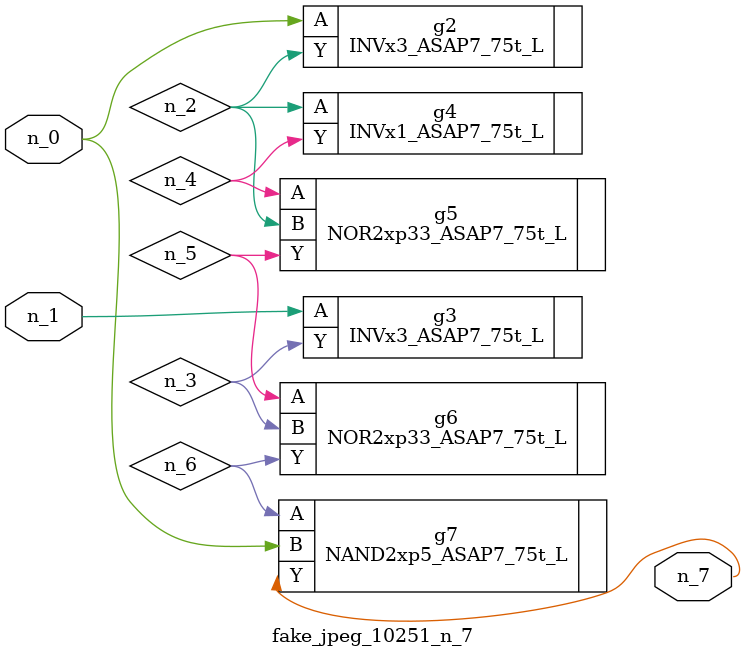
<source format=v>
module fake_jpeg_10251_n_7 (n_0, n_1, n_7);

input n_0;
input n_1;

output n_7;

wire n_2;
wire n_3;
wire n_4;
wire n_6;
wire n_5;

INVx3_ASAP7_75t_L g2 ( 
.A(n_0),
.Y(n_2)
);

INVx3_ASAP7_75t_L g3 ( 
.A(n_1),
.Y(n_3)
);

INVx1_ASAP7_75t_L g4 ( 
.A(n_2),
.Y(n_4)
);

NOR2xp33_ASAP7_75t_L g5 ( 
.A(n_4),
.B(n_2),
.Y(n_5)
);

NOR2xp33_ASAP7_75t_L g6 ( 
.A(n_5),
.B(n_3),
.Y(n_6)
);

NAND2xp5_ASAP7_75t_L g7 ( 
.A(n_6),
.B(n_0),
.Y(n_7)
);


endmodule
</source>
